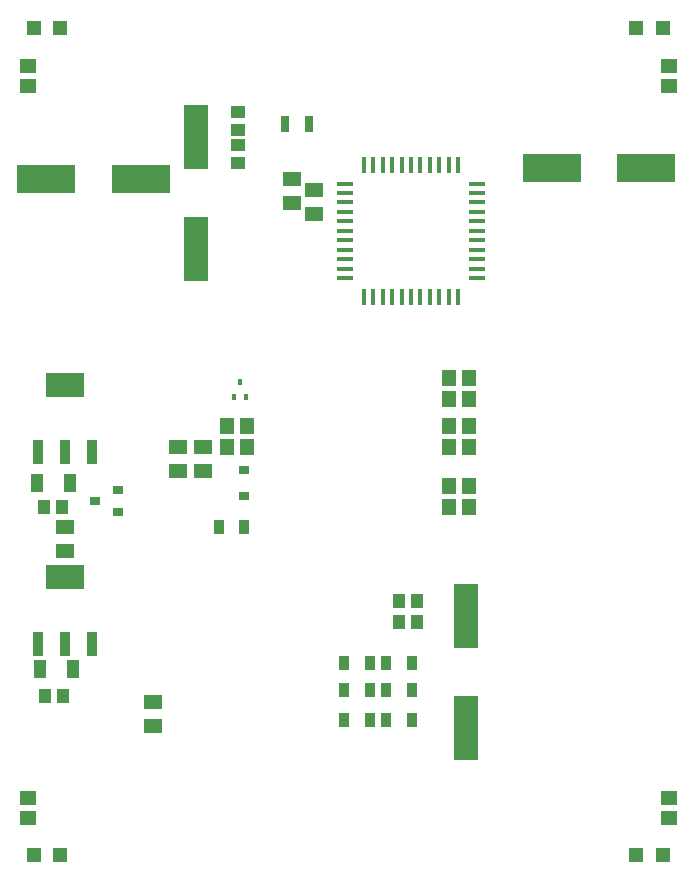
<source format=gtp>
G04 Layer_Color=7318015*
%FSLAX23Y23*%
%MOIN*%
G70*
G01*
G75*
%ADD10R,0.126X0.083*%
%ADD11R,0.035X0.083*%
%ADD12R,0.045X0.051*%
%ADD13R,0.057X0.047*%
%ADD14R,0.197X0.098*%
%ADD15R,0.016X0.057*%
%ADD16R,0.057X0.016*%
%ADD17R,0.030X0.057*%
%ADD18R,0.047X0.055*%
%ADD19R,0.038X0.051*%
%ADD20R,0.061X0.049*%
%ADD21R,0.039X0.051*%
%ADD22R,0.039X0.060*%
%ADD23R,0.035X0.031*%
%ADD24R,0.014X0.020*%
%ADD25R,0.051X0.039*%
%ADD26R,0.079X0.217*%
%ADD27R,0.033X0.025*%
D10*
X11988Y13459D02*
D03*
Y12819D02*
D03*
D11*
X12079Y13234D02*
D03*
X11988D02*
D03*
X11898D02*
D03*
X12079Y12594D02*
D03*
X11988D02*
D03*
X11898D02*
D03*
D12*
X13981Y14646D02*
D03*
X13893D02*
D03*
X13981Y11890D02*
D03*
X13893D02*
D03*
X11885D02*
D03*
X11973D02*
D03*
X11885Y14646D02*
D03*
X11973D02*
D03*
D13*
X14000Y14522D02*
D03*
Y14455D02*
D03*
Y12014D02*
D03*
Y12081D02*
D03*
X11866Y12014D02*
D03*
Y12081D02*
D03*
Y14522D02*
D03*
Y14455D02*
D03*
D14*
X13611Y14181D02*
D03*
X13926D02*
D03*
X12240Y14144D02*
D03*
X11925D02*
D03*
D15*
X12984Y14191D02*
D03*
X13015Y14191D02*
D03*
X13047D02*
D03*
X13078Y14191D02*
D03*
X13110D02*
D03*
X13141D02*
D03*
X13173D02*
D03*
X13204D02*
D03*
X13236D02*
D03*
X13267D02*
D03*
X13299D02*
D03*
Y13751D02*
D03*
X13267D02*
D03*
X13236D02*
D03*
X13204D02*
D03*
X13173D02*
D03*
X13141D02*
D03*
X13110D02*
D03*
X13078D02*
D03*
X13047D02*
D03*
X13015D02*
D03*
X12984D02*
D03*
D16*
X13361Y14129D02*
D03*
X13361Y14097D02*
D03*
Y14066D02*
D03*
Y14034D02*
D03*
X13361Y14003D02*
D03*
Y13971D02*
D03*
Y13940D02*
D03*
Y13908D02*
D03*
X13361Y13877D02*
D03*
X13361Y13845D02*
D03*
X13361Y13814D02*
D03*
X12921D02*
D03*
Y13845D02*
D03*
X12921Y13877D02*
D03*
Y13908D02*
D03*
X12921Y13940D02*
D03*
Y13971D02*
D03*
X12921Y14003D02*
D03*
X12921Y14034D02*
D03*
Y14066D02*
D03*
X12921Y14097D02*
D03*
Y14129D02*
D03*
D17*
X12723Y14328D02*
D03*
X12803D02*
D03*
D18*
X13268Y13481D02*
D03*
X13334D02*
D03*
X13268Y13411D02*
D03*
X13334D02*
D03*
X13268Y13321D02*
D03*
X13334D02*
D03*
X13268Y13251D02*
D03*
X13334D02*
D03*
X13268Y13121D02*
D03*
X13334D02*
D03*
X13268Y13051D02*
D03*
X13334D02*
D03*
X12594Y13321D02*
D03*
X12528D02*
D03*
X12594Y13251D02*
D03*
X12528D02*
D03*
D19*
X13004Y12531D02*
D03*
X12919Y12531D02*
D03*
X13144Y12531D02*
D03*
X13059Y12531D02*
D03*
X13144Y12441D02*
D03*
X13059D02*
D03*
X13004Y12441D02*
D03*
X12919D02*
D03*
X13144Y12340D02*
D03*
X13059D02*
D03*
X13004Y12340D02*
D03*
X12919Y12340D02*
D03*
X12501Y12983D02*
D03*
X12586D02*
D03*
D20*
X12281Y12401D02*
D03*
Y12321D02*
D03*
X11988Y12903D02*
D03*
Y12983D02*
D03*
X12366Y13170D02*
D03*
Y13250D02*
D03*
X12449Y13250D02*
D03*
Y13170D02*
D03*
X12745Y14063D02*
D03*
Y14143D02*
D03*
X12818Y14029D02*
D03*
Y14109D02*
D03*
D21*
X11921Y12421D02*
D03*
X11981D02*
D03*
X11919Y13051D02*
D03*
X11978D02*
D03*
X13102Y12738D02*
D03*
X13162Y12738D02*
D03*
X13102Y12667D02*
D03*
X13162D02*
D03*
D22*
X12016Y12511D02*
D03*
X11906D02*
D03*
X12004Y13130D02*
D03*
X11894D02*
D03*
D23*
X12087Y13071D02*
D03*
X12165Y13108D02*
D03*
Y13033D02*
D03*
D24*
X12571Y13467D02*
D03*
X12591Y13416D02*
D03*
X12551D02*
D03*
D25*
X12564Y14369D02*
D03*
Y14309D02*
D03*
Y14199D02*
D03*
Y14259D02*
D03*
D26*
X12424Y13911D02*
D03*
Y14285D02*
D03*
X13326Y12314D02*
D03*
Y12688D02*
D03*
D27*
X12586Y13086D02*
D03*
Y13174D02*
D03*
M02*

</source>
